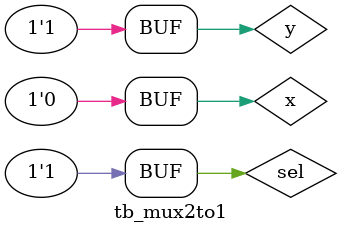
<source format=v>
module Mux2to1(x,y,sel,z);
input x,y,sel;
output reg z;
always @(*)
if(sel==1)
begin
z=y;
end
else
begin
z=x;
end
endmodule

//Testbench
module tb_mux2to1;
reg x,y,sel;
wire z;
Mux2to1 M2to1 (x,y,sel,z);

initial 
begin
$monitor("T=%2d, x=%b,y=%b,sel=%b, z=%b",$time, x,y,sel,z);
#5 sel=0; x=0; y=1;
#5 sel=1; x=0; y=1;
end
endmodule

</source>
